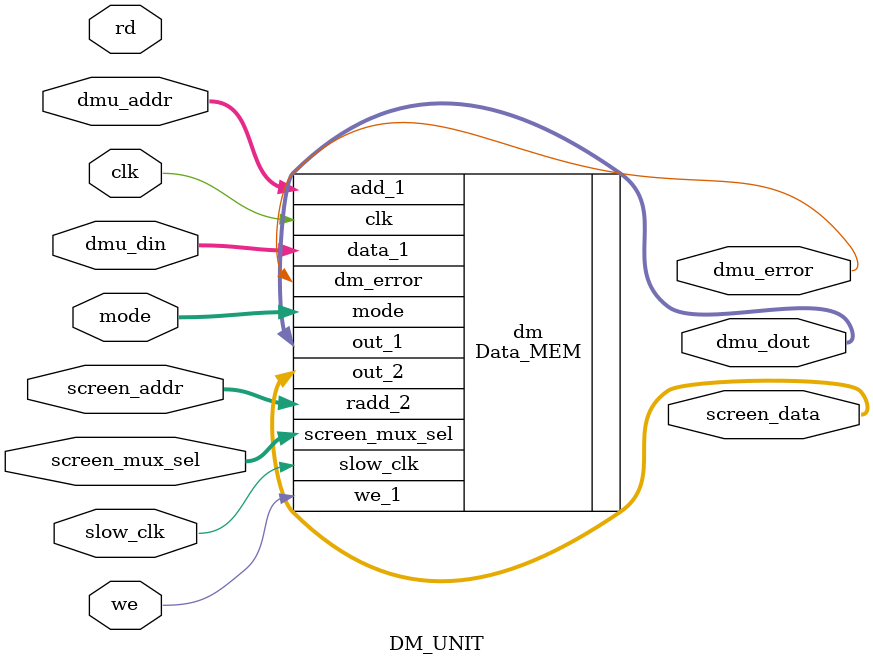
<source format=v>
`timescale 1ns / 1ps

/*
    ================================   DM_UNIT module   ================================
    Author:         Wintermelon
    Last Edit:      2022.5.6

    This is the DataMemory unit
    With I/O
    With Data Memory
*/


module DM_UNIT(
// SIGNALS
    input clk,
    input slow_clk,
    input rd,   // read enable
    input we,   // write enable
    input [2:0] mode,   // dmu mode
    input [2:0] screen_mux_sel,

// DATA
    input [31:0] dmu_addr,
    input [31:0] dmu_din,
    output [31:0] dmu_dout,

// Screen
    input [14:0] screen_addr,
    output [11:0] screen_data,

    output dmu_error
);



Data_MEM dm (
    .clk(clk),
    .slow_clk(slow_clk),
    .screen_mux_sel(screen_mux_sel),
    
    .add_1(dmu_addr),
    .data_1(dmu_din),
    .we_1(we),
    .mode(mode),
    .radd_2(screen_addr),
    .out_1(dmu_dout), 
    .out_2(screen_data),
    .dm_error(dmu_error)
);


endmodule

</source>
